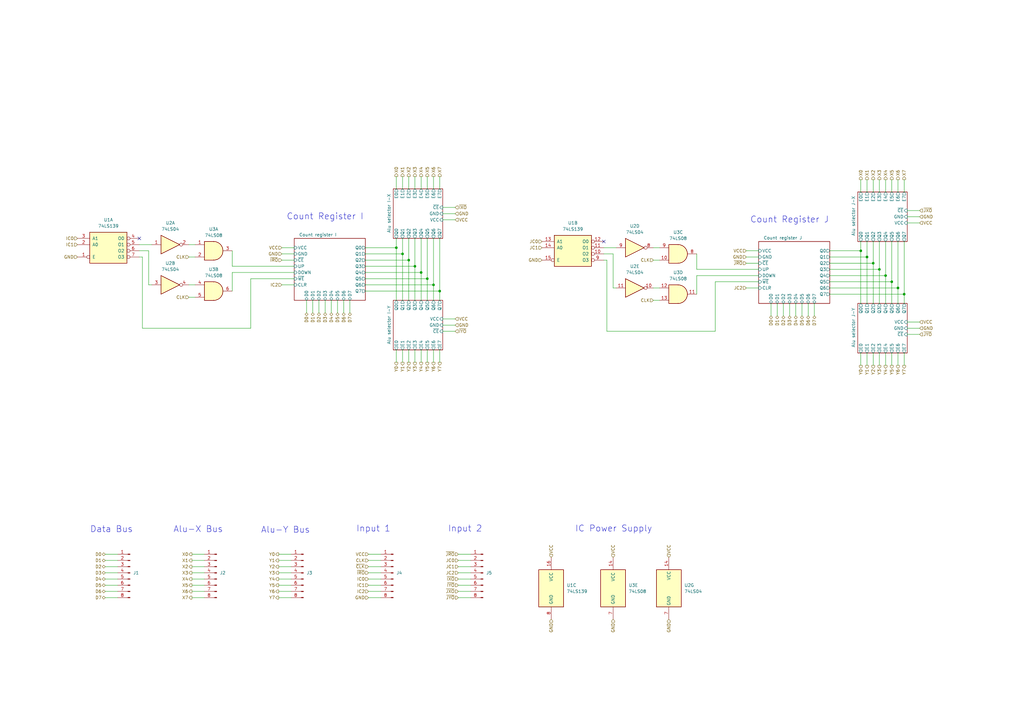
<source format=kicad_sch>
(kicad_sch (version 20250114) (generator "eeschema") (generator_version "9.0")
  (paper "A3")
  (title_block (title "Count Registers") (date "2025-11-22") (rev "v1.1") (comment 2 "The up or down clock is selected through 74LS139 decoder and AND ports.") (comment 3 "and 74LS245 for accessing the content to the bus and directly to Alu-X and Alu-Y buses.") (comment 4 "Two count registers I and J on a same board using the 74LS193 binary counter"))
  (lib_symbols
    (symbol "74xx:74LS04"
      (property "Reference" "U" (at 0 1.27 0))
      (property "Value" "74LS04" (at 0 -1.27 0))
      (symbol "74LS04_1_0"
        (polyline (pts (xy -3.81 3.81) (xy -3.81 -3.81) (xy 3.81 0) (xy -3.81 3.81)) (stroke (width 0.254)) (fill (type background)))
        (pin input line (at -7.62 0 0) (length 3.81) (name "~") (number "1"))
        (pin output inverted (at 7.62 0 180) (length 3.81) (name "~") (number "2"))
      )
      (symbol "74LS04_2_0"
        (polyline (pts (xy -3.81 3.81) (xy -3.81 -3.81) (xy 3.81 0) (xy -3.81 3.81)) (stroke (width 0.254)) (fill (type background)))
        (pin input line (at -7.62 0 0) (length 3.81) (name "~") (number "3"))
        (pin output inverted (at 7.62 0 180) (length 3.81) (name "~") (number "4"))
      )
      (symbol "74LS04_3_0"
        (polyline (pts (xy -3.81 3.81) (xy -3.81 -3.81) (xy 3.81 0) (xy -3.81 3.81)) (stroke (width 0.254)) (fill (type background)))
        (pin input line (at -7.62 0 0) (length 3.81) (name "~") (number "5"))
        (pin output inverted (at 7.62 0 180) (length 3.81) (name "~") (number "6"))
      )
      (symbol "74LS04_4_0"
        (polyline (pts (xy -3.81 3.81) (xy -3.81 -3.81) (xy 3.81 0) (xy -3.81 3.81)) (stroke (width 0.254)) (fill (type background)))
        (pin input line (at -7.62 0 0) (length 3.81) (name "~") (number "9"))
        (pin output inverted (at 7.62 0 180) (length 3.81) (name "~") (number "8"))
      )
      (symbol "74LS04_5_0"
        (polyline (pts (xy -3.81 3.81) (xy -3.81 -3.81) (xy 3.81 0) (xy -3.81 3.81)) (stroke (width 0.254)) (fill (type background)))
        (pin input line (at -7.62 0 0) (length 3.81) (name "~") (number "11"))
        (pin output inverted (at 7.62 0 180) (length 3.81) (name "~") (number "10"))
      )
      (symbol "74LS04_6_0"
        (polyline (pts (xy -3.81 3.81) (xy -3.81 -3.81) (xy 3.81 0) (xy -3.81 3.81)) (stroke (width 0.254)) (fill (type background)))
        (pin input line (at -7.62 0 0) (length 3.81) (name "~") (number "13"))
        (pin output inverted (at 7.62 0 180) (length 3.81) (name "~") (number "12"))
      )
      (symbol "74LS04_7_0"
        (pin power_in line (at 0 12.7 270) (length 5.08) (name "VCC") (number "14"))
        (pin power_in line (at 0 -12.7 90) (length 5.08) (name "GND") (number "7"))
      )
      (symbol "74LS04_7_1"
        (rectangle (start -5.08 7.62) (end 5.08 -7.62) (stroke (width 0.254)) (fill (type background)))
      )
    )
    (symbol "74xx:74LS08" (pin_names (offset 1.016))
      (property "Reference" "U" (at 0 1.27 0))
      (property "Value" "74LS08" (at 0 -1.27 0))
      (symbol "74LS08_1_1"
        (arc (start 0 3.81) (mid 3.7934 0) (end 0 -3.81) (stroke (width 0.254)) (fill (type background)))
        (polyline (pts (xy 0 3.81) (xy -3.81 3.81) (xy -3.81 -3.81) (xy 0 -3.81)) (stroke (width 0.254)) (fill (type background)))
        (pin input line (at -7.62 2.54 0) (length 3.81) (name "~") (number "1"))
        (pin input line (at -7.62 -2.54 0) (length 3.81) (name "~") (number "2"))
        (pin output line (at 7.62 0 180) (length 3.81) (name "~") (number "3"))
      )
      (symbol "74LS08_1_2"
        (arc (start -3.81 3.81) (mid -2.589 0) (end -3.81 -3.81) (stroke (width 0.254)))
        (polyline (pts (xy -3.81 3.81) (xy -0.635 3.81)) (stroke (width 0.254)) (fill (type background)))
        (polyline (pts (xy -3.81 -3.81) (xy -0.635 -3.81)) (stroke (width 0.254)) (fill (type background)))
        (arc (start 3.81 0) (mid 2.1855 -2.584) (end -0.6096 -3.81) (stroke (width 0.254)) (fill (type background)))
        (arc (start -0.6096 3.81) (mid 2.1928 2.5924) (end 3.81 0) (stroke (width 0.254)) (fill (type background)))
        (polyline (pts (xy -0.635 3.81) (xy -3.81 3.81) (xy -3.81 3.81) (xy -3.556 3.4036) (xy -3.0226 2.2606) (xy -2.6924 1.0414) (xy -2.6162 -0.254) (xy -2.7686 -1.4986) (xy -3.175 -2.7178) (xy -3.81 -3.81) (xy -3.81 -3.81) (xy -0.635 -3.81)) (stroke (width -25.4)) (fill (type background)))
        (pin input inverted (at -7.62 2.54 0) (length 4.318) (name "~") (number "1"))
        (pin input inverted (at -7.62 -2.54 0) (length 4.318) (name "~") (number "2"))
        (pin output inverted (at 7.62 0 180) (length 3.81) (name "~") (number "3"))
      )
      (symbol "74LS08_2_1"
        (arc (start 0 3.81) (mid 3.7934 0) (end 0 -3.81) (stroke (width 0.254)) (fill (type background)))
        (polyline (pts (xy 0 3.81) (xy -3.81 3.81) (xy -3.81 -3.81) (xy 0 -3.81)) (stroke (width 0.254)) (fill (type background)))
        (pin input line (at -7.62 2.54 0) (length 3.81) (name "~") (number "4"))
        (pin input line (at -7.62 -2.54 0) (length 3.81) (name "~") (number "5"))
        (pin output line (at 7.62 0 180) (length 3.81) (name "~") (number "6"))
      )
      (symbol "74LS08_2_2"
        (arc (start -3.81 3.81) (mid -2.589 0) (end -3.81 -3.81) (stroke (width 0.254)))
        (polyline (pts (xy -3.81 3.81) (xy -0.635 3.81)) (stroke (width 0.254)) (fill (type background)))
        (polyline (pts (xy -3.81 -3.81) (xy -0.635 -3.81)) (stroke (width 0.254)) (fill (type background)))
        (arc (start 3.81 0) (mid 2.1855 -2.584) (end -0.6096 -3.81) (stroke (width 0.254)) (fill (type background)))
        (arc (start -0.6096 3.81) (mid 2.1928 2.5924) (end 3.81 0) (stroke (width 0.254)) (fill (type background)))
        (polyline (pts (xy -0.635 3.81) (xy -3.81 3.81) (xy -3.81 3.81) (xy -3.556 3.4036) (xy -3.0226 2.2606) (xy -2.6924 1.0414) (xy -2.6162 -0.254) (xy -2.7686 -1.4986) (xy -3.175 -2.7178) (xy -3.81 -3.81) (xy -3.81 -3.81) (xy -0.635 -3.81)) (stroke (width -25.4)) (fill (type background)))
        (pin input inverted (at -7.62 2.54 0) (length 4.318) (name "~") (number "4"))
        (pin input inverted (at -7.62 -2.54 0) (length 4.318) (name "~") (number "5"))
        (pin output inverted (at 7.62 0 180) (length 3.81) (name "~") (number "6"))
      )
      (symbol "74LS08_3_1"
        (arc (start 0 3.81) (mid 3.7934 0) (end 0 -3.81) (stroke (width 0.254)) (fill (type background)))
        (polyline (pts (xy 0 3.81) (xy -3.81 3.81) (xy -3.81 -3.81) (xy 0 -3.81)) (stroke (width 0.254)) (fill (type background)))
        (pin input line (at -7.62 2.54 0) (length 3.81) (name "~") (number "9"))
        (pin input line (at -7.62 -2.54 0) (length 3.81) (name "~") (number "10"))
        (pin output line (at 7.62 0 180) (length 3.81) (name "~") (number "8"))
      )
      (symbol "74LS08_3_2"
        (arc (start -3.81 3.81) (mid -2.589 0) (end -3.81 -3.81) (stroke (width 0.254)))
        (polyline (pts (xy -3.81 3.81) (xy -0.635 3.81)) (stroke (width 0.254)) (fill (type background)))
        (polyline (pts (xy -3.81 -3.81) (xy -0.635 -3.81)) (stroke (width 0.254)) (fill (type background)))
        (arc (start 3.81 0) (mid 2.1855 -2.584) (end -0.6096 -3.81) (stroke (width 0.254)) (fill (type background)))
        (arc (start -0.6096 3.81) (mid 2.1928 2.5924) (end 3.81 0) (stroke (width 0.254)) (fill (type background)))
        (polyline (pts (xy -0.635 3.81) (xy -3.81 3.81) (xy -3.81 3.81) (xy -3.556 3.4036) (xy -3.0226 2.2606) (xy -2.6924 1.0414) (xy -2.6162 -0.254) (xy -2.7686 -1.4986) (xy -3.175 -2.7178) (xy -3.81 -3.81) (xy -3.81 -3.81) (xy -0.635 -3.81)) (stroke (width -25.4)) (fill (type background)))
        (pin input inverted (at -7.62 2.54 0) (length 4.318) (name "~") (number "9"))
        (pin input inverted (at -7.62 -2.54 0) (length 4.318) (name "~") (number "10"))
        (pin output inverted (at 7.62 0 180) (length 3.81) (name "~") (number "8"))
      )
      (symbol "74LS08_4_1"
        (arc (start 0 3.81) (mid 3.7934 0) (end 0 -3.81) (stroke (width 0.254)) (fill (type background)))
        (polyline (pts (xy 0 3.81) (xy -3.81 3.81) (xy -3.81 -3.81) (xy 0 -3.81)) (stroke (width 0.254)) (fill (type background)))
        (pin input line (at -7.62 2.54 0) (length 3.81) (name "~") (number "12"))
        (pin input line (at -7.62 -2.54 0) (length 3.81) (name "~") (number "13"))
        (pin output line (at 7.62 0 180) (length 3.81) (name "~") (number "11"))
      )
      (symbol "74LS08_4_2"
        (arc (start -3.81 3.81) (mid -2.589 0) (end -3.81 -3.81) (stroke (width 0.254)))
        (polyline (pts (xy -3.81 3.81) (xy -0.635 3.81)) (stroke (width 0.254)) (fill (type background)))
        (polyline (pts (xy -3.81 -3.81) (xy -0.635 -3.81)) (stroke (width 0.254)) (fill (type background)))
        (arc (start 3.81 0) (mid 2.1855 -2.584) (end -0.6096 -3.81) (stroke (width 0.254)) (fill (type background)))
        (arc (start -0.6096 3.81) (mid 2.1928 2.5924) (end 3.81 0) (stroke (width 0.254)) (fill (type background)))
        (polyline (pts (xy -0.635 3.81) (xy -3.81 3.81) (xy -3.81 3.81) (xy -3.556 3.4036) (xy -3.0226 2.2606) (xy -2.6924 1.0414) (xy -2.6162 -0.254) (xy -2.7686 -1.4986) (xy -3.175 -2.7178) (xy -3.81 -3.81) (xy -3.81 -3.81) (xy -0.635 -3.81)) (stroke (width -25.4)) (fill (type background)))
        (pin input inverted (at -7.62 2.54 0) (length 4.318) (name "~") (number "12"))
        (pin input inverted (at -7.62 -2.54 0) (length 4.318) (name "~") (number "13"))
        (pin output inverted (at 7.62 0 180) (length 3.81) (name "~") (number "11"))
      )
      (symbol "74LS08_5_0"
        (pin power_in line (at 0 12.7 270) (length 5.08) (name "VCC") (number "14"))
        (pin power_in line (at 0 -12.7 90) (length 5.08) (name "GND") (number "7"))
      )
      (symbol "74LS08_5_1"
        (rectangle (start -5.08 7.62) (end 5.08 -7.62) (stroke (width 0.254)) (fill (type background)))
      )
    )
    (symbol "74xx:74LS139" (pin_names (offset 1.016))
      (property "Reference" "U" (at -7.62 8.89 0))
      (property "Value" "74LS139" (at -7.62 -8.89 0))
      (symbol "74LS139_1_0"
        (pin input line (at -12.7 2.54 0) (length 5.08) (name "A1") (number "3"))
        (pin input line (at -12.7 0 0) (length 5.08) (name "A0") (number "2"))
        (pin input inverted (at -12.7 -5.08 0) (length 5.08) (name "E") (number "1"))
        (pin output inverted (at 12.7 2.54 180) (length 5.08) (name "O0") (number "4"))
        (pin output inverted (at 12.7 0 180) (length 5.08) (name "O1") (number "5"))
        (pin output inverted (at 12.7 -2.54 180) (length 5.08) (name "O2") (number "6"))
        (pin output inverted (at 12.7 -5.08 180) (length 5.08) (name "O3") (number "7"))
      )
      (symbol "74LS139_1_1"
        (rectangle (start -7.62 5.08) (end 7.62 -7.62) (stroke (width 0.254)) (fill (type background)))
      )
      (symbol "74LS139_2_0"
        (pin input line (at -12.7 2.54 0) (length 5.08) (name "A1") (number "13"))
        (pin input line (at -12.7 0 0) (length 5.08) (name "A0") (number "14"))
        (pin input inverted (at -12.7 -5.08 0) (length 5.08) (name "E") (number "15"))
        (pin output inverted (at 12.7 2.54 180) (length 5.08) (name "O0") (number "12"))
        (pin output inverted (at 12.7 0 180) (length 5.08) (name "O1") (number "11"))
        (pin output inverted (at 12.7 -2.54 180) (length 5.08) (name "O2") (number "10"))
        (pin output inverted (at 12.7 -5.08 180) (length 5.08) (name "O3") (number "9"))
      )
      (symbol "74LS139_2_1"
        (rectangle (start -7.62 5.08) (end 7.62 -7.62) (stroke (width 0.254)) (fill (type background)))
      )
      (symbol "74LS139_3_0"
        (pin power_in line (at 0 12.7 270) (length 5.08) (name "VCC") (number "16"))
        (pin power_in line (at 0 -12.7 90) (length 5.08) (name "GND") (number "8"))
      )
      (symbol "74LS139_3_1"
        (rectangle (start -5.08 7.62) (end 5.08 -7.62) (stroke (width 0.254)) (fill (type background)))
      )
    )
    (symbol "Connector:Conn_01x08_Pin" (pin_names (offset 1.016) (hide yes))
      (property "Reference" "J" (at 0 10.16 0))
      (property "Value" "Conn_01x08_Pin" (at 0 -12.7 0))
      (symbol "Conn_01x08_Pin_1_1"
        (rectangle (start 0.8636 7.747) (end 0 7.493) (stroke (width 0.1524)) (fill (type outline)))
        (rectangle (start 0.8636 5.207) (end 0 4.953) (stroke (width 0.1524)) (fill (type outline)))
        (rectangle (start 0.8636 2.667) (end 0 2.413) (stroke (width 0.1524)) (fill (type outline)))
        (rectangle (start 0.8636 0.127) (end 0 -0.127) (stroke (width 0.1524)) (fill (type outline)))
        (rectangle (start 0.8636 -2.413) (end 0 -2.667) (stroke (width 0.1524)) (fill (type outline)))
        (rectangle (start 0.8636 -4.953) (end 0 -5.207) (stroke (width 0.1524)) (fill (type outline)))
        (rectangle (start 0.8636 -7.493) (end 0 -7.747) (stroke (width 0.1524)) (fill (type outline)))
        (rectangle (start 0.8636 -10.033) (end 0 -10.287) (stroke (width 0.1524)) (fill (type outline)))
        (polyline (pts (xy 1.27 7.62) (xy 0.8636 7.62)) (stroke (width 0.1524)))
        (polyline (pts (xy 1.27 5.08) (xy 0.8636 5.08)) (stroke (width 0.1524)))
        (polyline (pts (xy 1.27 2.54) (xy 0.8636 2.54)) (stroke (width 0.1524)))
        (polyline (pts (xy 1.27 0) (xy 0.8636 0)) (stroke (width 0.1524)))
        (polyline (pts (xy 1.27 -2.54) (xy 0.8636 -2.54)) (stroke (width 0.1524)))
        (polyline (pts (xy 1.27 -5.08) (xy 0.8636 -5.08)) (stroke (width 0.1524)))
        (polyline (pts (xy 1.27 -7.62) (xy 0.8636 -7.62)) (stroke (width 0.1524)))
        (polyline (pts (xy 1.27 -10.16) (xy 0.8636 -10.16)) (stroke (width 0.1524)))
        (pin passive line (at 5.08 7.62 180) (length 3.81) (name "Pin_1") (number "1"))
        (pin passive line (at 5.08 5.08 180) (length 3.81) (name "Pin_2") (number "2"))
        (pin passive line (at 5.08 2.54 180) (length 3.81) (name "Pin_3") (number "3"))
        (pin passive line (at 5.08 0 180) (length 3.81) (name "Pin_4") (number "4"))
        (pin passive line (at 5.08 -2.54 180) (length 3.81) (name "Pin_5") (number "5"))
        (pin passive line (at 5.08 -5.08 180) (length 3.81) (name "Pin_6") (number "6"))
        (pin passive line (at 5.08 -7.62 180) (length 3.81) (name "Pin_7") (number "7"))
        (pin passive line (at 5.08 -10.16 180) (length 3.81) (name "Pin_8") (number "8"))
      )
    )
  )
  (text "Alu-X Bus" (at 81.28 217.17 0) (effects (font (size 2.54 2.54))))
  (text "Data Bus" (at 45.72 217.17 0) (effects (font (size 2.54 2.54))))
  (text "Input 1" (at 153.162 216.916 0) (effects (font (size 2.54 2.54))))
  (text "IC Power Supply" (at 251.714 216.916 0) (effects (font (size 2.54 2.54))))
  (text "Input 2" (at 190.754 216.916 0) (effects (font (size 2.54 2.54))))
  (text "Count Register J" (at 323.85 90.17 0) (effects (font (size 2.54 2.54))))
  (text "Count Register I" (at 133.35 88.9 0) (effects (font (size 2.54 2.54))))
  (text "Alu-Y Bus" (at 117.094 217.424 0) (effects (font (size 2.54 2.54))))
  (junction (at 172.72 111.76))
  (junction (at 358.14 107.95))
  (junction (at 165.1 104.14))
  (junction (at 368.3 118.11))
  (junction (at 170.18 109.22))
  (junction (at 365.76 115.57))
  (junction (at 175.26 114.3))
  (junction (at 370.84 120.65))
  (junction (at 180.34 119.38))
  (junction (at 363.22 113.03))
  (junction (at 177.8 116.84))
  (junction (at 162.56 101.6))
  (junction (at 167.64 106.68))
  (junction (at 353.06 102.87))
  (junction (at 360.68 110.49))
  (junction (at 355.6 105.41))
  (no_connect (at 247.65 99.06))
  (no_connect (at 57.15 97.79))
  (wire (pts (xy 187.96 232.41) (xy 193.04 232.41)))
  (wire (pts (xy 177.8 97.79) (xy 177.8 116.84)))
  (wire (pts (xy 247.65 106.68) (xy 248.92 106.68)))
  (wire (pts (xy 120.65 104.14) (xy 115.57 104.14)))
  (wire (pts (xy 119.38 227.33) (xy 114.3 227.33)))
  (wire (pts (xy 149.86 106.68) (xy 167.64 106.68)))
  (wire (pts (xy 165.1 104.14) (xy 165.1 123.19)))
  (wire (pts (xy 77.47 105.41) (xy 80.01 105.41)))
  (wire (pts (xy 251.46 118.11) (xy 252.73 118.11)))
  (wire (pts (xy 360.68 73.66) (xy 360.68 78.74)))
  (wire (pts (xy 170.18 97.79) (xy 170.18 109.22)))
  (wire (pts (xy 120.65 101.6) (xy 115.57 101.6)))
  (wire (pts (xy 358.14 73.66) (xy 358.14 78.74)))
  (wire (pts (xy 365.76 149.86) (xy 365.76 144.78)))
  (wire (pts (xy 172.72 72.39) (xy 172.72 77.47)))
  (wire (pts (xy 170.18 109.22) (xy 170.18 123.19)))
  (wire (pts (xy 95.25 119.38) (xy 95.25 111.76)))
  (wire (pts (xy 83.82 245.11) (xy 78.74 245.11)))
  (wire (pts (xy 177.8 72.39) (xy 177.8 77.47)))
  (wire (pts (xy 340.36 118.11) (xy 368.3 118.11)))
  (wire (pts (xy 358.14 107.95) (xy 358.14 124.46)))
  (wire (pts (xy 143.51 123.19) (xy 143.51 128.27)))
  (wire (pts (xy 58.42 134.62) (xy 102.87 134.62)))
  (wire (pts (xy 368.3 149.86) (xy 368.3 144.78)))
  (wire (pts (xy 311.15 107.95) (xy 306.07 107.95)))
  (wire (pts (xy 372.11 132.08) (xy 377.19 132.08)))
  (wire (pts (xy 267.97 118.11) (xy 270.51 118.11)))
  (wire (pts (xy 340.36 110.49) (xy 360.68 110.49)))
  (wire (pts (xy 172.72 148.59) (xy 172.72 143.51)))
  (wire (pts (xy 340.36 120.65) (xy 370.84 120.65)))
  (wire (pts (xy 340.36 107.95) (xy 358.14 107.95)))
  (wire (pts (xy 316.23 124.46) (xy 316.23 129.54)))
  (wire (pts (xy 370.84 149.86) (xy 370.84 144.78)))
  (wire (pts (xy 125.73 123.19) (xy 125.73 128.27)))
  (wire (pts (xy 306.07 118.11) (xy 311.15 118.11)))
  (wire (pts (xy 370.84 73.66) (xy 370.84 78.74)))
  (wire (pts (xy 177.8 116.84) (xy 177.8 123.19)))
  (wire (pts (xy 353.06 99.06) (xy 353.06 102.87)))
  (wire (pts (xy 365.76 99.06) (xy 365.76 115.57)))
  (wire (pts (xy 119.38 229.87) (xy 114.3 229.87)))
  (wire (pts (xy 48.26 227.33) (xy 43.18 227.33)))
  (wire (pts (xy 165.1 97.79) (xy 165.1 104.14)))
  (wire (pts (xy 167.64 106.68) (xy 167.64 123.19)))
  (wire (pts (xy 60.96 116.84) (xy 62.23 116.84)))
  (wire (pts (xy 48.26 232.41) (xy 43.18 232.41)))
  (wire (pts (xy 162.56 72.39) (xy 162.56 77.47)))
  (wire (pts (xy 170.18 72.39) (xy 170.18 77.47)))
  (wire (pts (xy 77.47 121.92) (xy 80.01 121.92)))
  (wire (pts (xy 167.64 72.39) (xy 167.64 77.47)))
  (wire (pts (xy 187.96 234.95) (xy 193.04 234.95)))
  (wire (pts (xy 95.25 102.87) (xy 95.25 109.22)))
  (wire (pts (xy 162.56 101.6) (xy 162.56 123.19)))
  (wire (pts (xy 328.93 124.46) (xy 328.93 129.54)))
  (wire (pts (xy 140.97 123.19) (xy 140.97 128.27)))
  (wire (pts (xy 177.8 148.59) (xy 177.8 143.51)))
  (wire (pts (xy 181.61 85.09) (xy 186.69 85.09)))
  (wire (pts (xy 187.96 245.11) (xy 193.04 245.11)))
  (wire (pts (xy 181.61 135.89) (xy 186.69 135.89)))
  (wire (pts (xy 372.11 137.16) (xy 377.19 137.16)))
  (wire (pts (xy 165.1 72.39) (xy 165.1 77.47)))
  (wire (pts (xy 363.22 99.06) (xy 363.22 113.03)))
  (wire (pts (xy 368.3 118.11) (xy 368.3 124.46)))
  (wire (pts (xy 340.36 105.41) (xy 355.6 105.41)))
  (wire (pts (xy 175.26 148.59) (xy 175.26 143.51)))
  (wire (pts (xy 285.75 113.03) (xy 311.15 113.03)))
  (wire (pts (xy 355.6 73.66) (xy 355.6 78.74)))
  (wire (pts (xy 83.82 237.49) (xy 78.74 237.49)))
  (wire (pts (xy 151.13 240.03) (xy 156.21 240.03)))
  (wire (pts (xy 119.38 232.41) (xy 114.3 232.41)))
  (wire (pts (xy 48.26 229.87) (xy 43.18 229.87)))
  (wire (pts (xy 149.86 104.14) (xy 165.1 104.14)))
  (wire (pts (xy 321.31 124.46) (xy 321.31 129.54)))
  (wire (pts (xy 187.96 227.33) (xy 193.04 227.33)))
  (wire (pts (xy 151.13 232.41) (xy 156.21 232.41)))
  (wire (pts (xy 165.1 148.59) (xy 165.1 143.51)))
  (wire (pts (xy 360.68 149.86) (xy 360.68 144.78)))
  (wire (pts (xy 181.61 90.17) (xy 186.69 90.17)))
  (wire (pts (xy 285.75 110.49) (xy 311.15 110.49)))
  (wire (pts (xy 358.14 99.06) (xy 358.14 107.95)))
  (wire (pts (xy 119.38 245.11) (xy 114.3 245.11)))
  (wire (pts (xy 83.82 227.33) (xy 78.74 227.33)))
  (wire (pts (xy 372.11 134.62) (xy 377.19 134.62)))
  (wire (pts (xy 60.96 102.87) (xy 60.96 116.84)))
  (wire (pts (xy 58.42 105.41) (xy 58.42 134.62)))
  (wire (pts (xy 149.86 119.38) (xy 180.34 119.38)))
  (wire (pts (xy 128.27 123.19) (xy 128.27 128.27)))
  (wire (pts (xy 151.13 227.33) (xy 156.21 227.33)))
  (wire (pts (xy 360.68 99.06) (xy 360.68 110.49)))
  (wire (pts (xy 181.61 130.81) (xy 186.69 130.81)))
  (wire (pts (xy 149.86 114.3) (xy 175.26 114.3)))
  (wire (pts (xy 363.22 149.86) (xy 363.22 144.78)))
  (wire (pts (xy 355.6 105.41) (xy 355.6 124.46)))
  (wire (pts (xy 318.77 124.46) (xy 318.77 129.54)))
  (wire (pts (xy 180.34 97.79) (xy 180.34 119.38)))
  (wire (pts (xy 326.39 124.46) (xy 326.39 129.54)))
  (wire (pts (xy 365.76 115.57) (xy 365.76 124.46)))
  (wire (pts (xy 115.57 116.84) (xy 120.65 116.84)))
  (wire (pts (xy 353.06 102.87) (xy 353.06 124.46)))
  (wire (pts (xy 248.92 135.89) (xy 293.37 135.89)))
  (wire (pts (xy 57.15 100.33) (xy 62.23 100.33)))
  (wire (pts (xy 149.86 109.22) (xy 170.18 109.22)))
  (wire (pts (xy 247.65 104.14) (xy 251.46 104.14)))
  (wire (pts (xy 363.22 73.66) (xy 363.22 78.74)))
  (wire (pts (xy 102.87 114.3) (xy 120.65 114.3)))
  (wire (pts (xy 83.82 242.57) (xy 78.74 242.57)))
  (wire (pts (xy 48.26 237.49) (xy 43.18 237.49)))
  (wire (pts (xy 175.26 72.39) (xy 175.26 77.47)))
  (wire (pts (xy 57.15 102.87) (xy 60.96 102.87)))
  (wire (pts (xy 353.06 73.66) (xy 353.06 78.74)))
  (wire (pts (xy 119.38 242.57) (xy 114.3 242.57)))
  (wire (pts (xy 175.26 114.3) (xy 175.26 123.19)))
  (wire (pts (xy 187.96 237.49) (xy 193.04 237.49)))
  (wire (pts (xy 102.87 114.3) (xy 102.87 134.62)))
  (wire (pts (xy 95.25 109.22) (xy 120.65 109.22)))
  (wire (pts (xy 151.13 245.11) (xy 156.21 245.11)))
  (wire (pts (xy 340.36 102.87) (xy 353.06 102.87)))
  (wire (pts (xy 181.61 133.35) (xy 186.69 133.35)))
  (wire (pts (xy 138.43 123.19) (xy 138.43 128.27)))
  (wire (pts (xy 167.64 148.59) (xy 167.64 143.51)))
  (wire (pts (xy 187.96 242.57) (xy 193.04 242.57)))
  (wire (pts (xy 83.82 234.95) (xy 78.74 234.95)))
  (wire (pts (xy 340.36 113.03) (xy 363.22 113.03)))
  (wire (pts (xy 130.81 123.19) (xy 130.81 128.27)))
  (wire (pts (xy 248.92 106.68) (xy 248.92 135.89)))
  (wire (pts (xy 95.25 111.76) (xy 120.65 111.76)))
  (wire (pts (xy 48.26 240.03) (xy 43.18 240.03)))
  (wire (pts (xy 355.6 99.06) (xy 355.6 105.41)))
  (wire (pts (xy 149.86 101.6) (xy 162.56 101.6)))
  (wire (pts (xy 368.3 73.66) (xy 368.3 78.74)))
  (wire (pts (xy 120.65 106.68) (xy 115.57 106.68)))
  (wire (pts (xy 180.34 119.38) (xy 180.34 123.19)))
  (wire (pts (xy 151.13 234.95) (xy 156.21 234.95)))
  (wire (pts (xy 334.01 124.46) (xy 334.01 129.54)))
  (wire (pts (xy 370.84 99.06) (xy 370.84 120.65)))
  (wire (pts (xy 170.18 148.59) (xy 170.18 143.51)))
  (wire (pts (xy 180.34 148.59) (xy 180.34 143.51)))
  (wire (pts (xy 48.26 234.95) (xy 43.18 234.95)))
  (wire (pts (xy 293.37 115.57) (xy 311.15 115.57)))
  (wire (pts (xy 372.11 91.44) (xy 377.19 91.44)))
  (wire (pts (xy 162.56 148.59) (xy 162.56 143.51)))
  (wire (pts (xy 77.47 100.33) (xy 80.01 100.33)))
  (wire (pts (xy 48.26 245.11) (xy 43.18 245.11)))
  (wire (pts (xy 135.89 123.19) (xy 135.89 128.27)))
  (wire (pts (xy 151.13 229.87) (xy 156.21 229.87)))
  (wire (pts (xy 355.6 149.86) (xy 355.6 144.78)))
  (wire (pts (xy 172.72 97.79) (xy 172.72 111.76)))
  (wire (pts (xy 162.56 97.79) (xy 162.56 101.6)))
  (wire (pts (xy 372.11 88.9) (xy 377.19 88.9)))
  (wire (pts (xy 251.46 104.14) (xy 251.46 118.11)))
  (wire (pts (xy 293.37 115.57) (xy 293.37 135.89)))
  (wire (pts (xy 175.26 97.79) (xy 175.26 114.3)))
  (wire (pts (xy 83.82 240.03) (xy 78.74 240.03)))
  (wire (pts (xy 267.97 106.68) (xy 270.51 106.68)))
  (wire (pts (xy 187.96 240.03) (xy 193.04 240.03)))
  (wire (pts (xy 372.11 86.36) (xy 377.19 86.36)))
  (wire (pts (xy 167.64 97.79) (xy 167.64 106.68)))
  (wire (pts (xy 149.86 116.84) (xy 177.8 116.84)))
  (wire (pts (xy 83.82 229.87) (xy 78.74 229.87)))
  (wire (pts (xy 285.75 104.14) (xy 285.75 110.49)))
  (wire (pts (xy 77.47 116.84) (xy 80.01 116.84)))
  (wire (pts (xy 360.68 110.49) (xy 360.68 124.46)))
  (wire (pts (xy 149.86 111.76) (xy 172.72 111.76)))
  (wire (pts (xy 363.22 113.03) (xy 363.22 124.46)))
  (wire (pts (xy 133.35 123.19) (xy 133.35 128.27)))
  (wire (pts (xy 358.14 149.86) (xy 358.14 144.78)))
  (wire (pts (xy 267.97 123.19) (xy 270.51 123.19)))
  (wire (pts (xy 267.97 101.6) (xy 270.51 101.6)))
  (wire (pts (xy 311.15 105.41) (xy 306.07 105.41)))
  (wire (pts (xy 57.15 105.41) (xy 58.42 105.41)))
  (wire (pts (xy 48.26 242.57) (xy 43.18 242.57)))
  (wire (pts (xy 285.75 120.65) (xy 285.75 113.03)))
  (wire (pts (xy 83.82 232.41) (xy 78.74 232.41)))
  (wire (pts (xy 187.96 229.87) (xy 193.04 229.87)))
  (wire (pts (xy 180.34 72.39) (xy 180.34 77.47)))
  (wire (pts (xy 353.06 149.86) (xy 353.06 144.78)))
  (wire (pts (xy 119.38 234.95) (xy 114.3 234.95)))
  (wire (pts (xy 151.13 242.57) (xy 156.21 242.57)))
  (wire (pts (xy 340.36 115.57) (xy 365.76 115.57)))
  (wire (pts (xy 172.72 111.76) (xy 172.72 123.19)))
  (wire (pts (xy 323.85 124.46) (xy 323.85 129.54)))
  (wire (pts (xy 247.65 101.6) (xy 252.73 101.6)))
  (wire (pts (xy 181.61 87.63) (xy 186.69 87.63)))
  (wire (pts (xy 331.47 124.46) (xy 331.47 129.54)))
  (wire (pts (xy 365.76 73.66) (xy 365.76 78.74)))
  (wire (pts (xy 119.38 240.03) (xy 114.3 240.03)))
  (wire (pts (xy 370.84 120.65) (xy 370.84 124.46)))
  (wire (pts (xy 151.13 237.49) (xy 156.21 237.49)))
  (wire (pts (xy 119.38 237.49) (xy 114.3 237.49)))
  (wire (pts (xy 368.3 99.06) (xy 368.3 118.11)))
  (wire (pts (xy 311.15 102.87) (xy 306.07 102.87)))
  (hierarchical_label "X5" (shape output) (at 365.76 73.66 90))
  (hierarchical_label "X6" (shape output) (at 368.3 73.66 90))
  (hierarchical_label "~{IXO}" (shape input) (at 186.69 85.09 0))
  (hierarchical_label "X3" (shape output) (at 170.18 72.39 90))
  (hierarchical_label "Y1" (shape output) (at 355.6 149.86 270))
  (hierarchical_label "~{IRO}" (shape input) (at 151.13 234.95 180))
  (hierarchical_label "Y4" (shape output) (at 114.3 237.49 180))
  (hierarchical_label "D4" (shape tri_state) (at 135.89 128.27 270))
  (hierarchical_label "Y0" (shape output) (at 353.06 149.86 270))
  (hierarchical_label "GND" (shape input) (at 151.13 245.11 180))
  (hierarchical_label "X5" (shape output) (at 78.74 240.03 180))
  (hierarchical_label "JC2" (shape input) (at 187.96 234.95 180))
  (hierarchical_label "X2" (shape output) (at 167.64 72.39 90))
  (hierarchical_label "IC2" (shape input) (at 115.57 116.84 180))
  (hierarchical_label "~{JYO}" (shape input) (at 187.96 245.11 180))
  (hierarchical_label "D1" (shape tri_state) (at 128.27 128.27 270))
  (hierarchical_label "D4" (shape tri_state) (at 326.39 129.54 270))
  (hierarchical_label "D5" (shape tri_state) (at 138.43 128.27 270))
  (hierarchical_label "~{JXO}" (shape input) (at 187.96 242.57 180))
  (hierarchical_label "D2" (shape tri_state) (at 130.81 128.27 270))
  (hierarchical_label "X3" (shape output) (at 360.68 73.66 90))
  (hierarchical_label "~{IYO}" (shape input) (at 187.96 240.03 180))
  (hierarchical_label "VCC" (shape input) (at 115.57 101.6 180))
  (hierarchical_label "Y0" (shape output) (at 114.3 227.33 180))
  (hierarchical_label "X5" (shape output) (at 175.26 72.39 90))
  (hierarchical_label "Y6" (shape output) (at 177.8 148.59 270))
  (hierarchical_label "~{JRO}" (shape input) (at 187.96 227.33 180))
  (hierarchical_label "D0" (shape tri_state) (at 43.18 227.33 180))
  (hierarchical_label "Y6" (shape output) (at 368.3 149.86 270))
  (hierarchical_label "GND" (shape input) (at 226.06 254 270))
  (hierarchical_label "X7" (shape output) (at 78.74 245.11 180))
  (hierarchical_label "VCC" (shape input) (at 377.19 91.44 0))
  (hierarchical_label "VCC" (shape input) (at 226.06 228.6 90))
  (hierarchical_label "X1" (shape output) (at 165.1 72.39 90))
  (hierarchical_label "X0" (shape output) (at 162.56 72.39 90))
  (hierarchical_label "VCC" (shape input) (at 151.13 227.33 180))
  (hierarchical_label "Y7" (shape output) (at 180.34 148.59 270))
  (hierarchical_label "Y1" (shape output) (at 114.3 229.87 180))
  (hierarchical_label "Y4" (shape output) (at 363.22 149.86 270))
  (hierarchical_label "CLK" (shape input) (at 267.97 106.68 180))
  (hierarchical_label "Y7" (shape output) (at 370.84 149.86 270))
  (hierarchical_label "~{JYO}" (shape input) (at 377.19 137.16 0))
  (hierarchical_label "~{IYO}" (shape input) (at 186.69 135.89 0))
  (hierarchical_label "Y5" (shape output) (at 114.3 240.03 180))
  (hierarchical_label "X4" (shape output) (at 78.74 237.49 180))
  (hierarchical_label "Y0" (shape output) (at 162.56 148.59 270))
  (hierarchical_label "GND" (shape input) (at 186.69 133.35 0))
  (hierarchical_label "IC1" (shape input) (at 151.13 240.03 180))
  (hierarchical_label "Y2" (shape output) (at 358.14 149.86 270))
  (hierarchical_label "JC1" (shape input) (at 222.25 101.6 180))
  (hierarchical_label "X7" (shape output) (at 370.84 73.66 90))
  (hierarchical_label "X1" (shape output) (at 355.6 73.66 90))
  (hierarchical_label "X3" (shape output) (at 78.74 234.95 180))
  (hierarchical_label "D6" (shape tri_state) (at 43.18 242.57 180))
  (hierarchical_label "VCC" (shape input) (at 306.07 102.87 180))
  (hierarchical_label "IC1" (shape input) (at 31.75 100.33 180))
  (hierarchical_label "D3" (shape tri_state) (at 43.18 234.95 180))
  (hierarchical_label "Y2" (shape output) (at 167.64 148.59 270))
  (hierarchical_label "GND" (shape input) (at 186.69 87.63 0))
  (hierarchical_label "GND" (shape input) (at 222.25 106.68 180))
  (hierarchical_label "VCC" (shape input) (at 186.69 130.81 0))
  (hierarchical_label "~{IRO}" (shape input) (at 115.57 106.68 180))
  (hierarchical_label "D0" (shape tri_state) (at 316.23 129.54 270))
  (hierarchical_label "GND" (shape input) (at 115.57 104.14 180))
  (hierarchical_label "X6" (shape output) (at 78.74 242.57 180))
  (hierarchical_label "D3" (shape tri_state) (at 133.35 128.27 270))
  (hierarchical_label "VCC" (shape input) (at 274.32 228.6 90))
  (hierarchical_label "X4" (shape output) (at 172.72 72.39 90))
  (hierarchical_label "GND" (shape input) (at 274.32 254 270))
  (hierarchical_label "D6" (shape tri_state) (at 140.97 128.27 270))
  (hierarchical_label "X0" (shape output) (at 78.74 227.33 180))
  (hierarchical_label "VCC" (shape input) (at 377.19 132.08 0))
  (hierarchical_label "Y3" (shape output) (at 170.18 148.59 270))
  (hierarchical_label "D7" (shape tri_state) (at 43.18 245.11 180))
  (hierarchical_label "IC0" (shape input) (at 151.13 237.49 180))
  (hierarchical_label "JC2" (shape input) (at 306.07 118.11 180))
  (hierarchical_label "D1" (shape tri_state) (at 43.18 229.87 180))
  (hierarchical_label "X2" (shape output) (at 78.74 232.41 180))
  (hierarchical_label "JC0" (shape input) (at 187.96 229.87 180))
  (hierarchical_label "X1" (shape output) (at 78.74 229.87 180))
  (hierarchical_label "GND" (shape input) (at 377.19 134.62 0))
  (hierarchical_label "Y3" (shape output) (at 360.68 149.86 270))
  (hierarchical_label "D2" (shape tri_state) (at 43.18 232.41 180))
  (hierarchical_label "CLK" (shape input) (at 151.13 229.87 180))
  (hierarchical_label "Y2" (shape output) (at 114.3 232.41 180))
  (hierarchical_label "X0" (shape output) (at 353.06 73.66 90))
  (hierarchical_label "VCC" (shape input) (at 251.46 228.6 90))
  (hierarchical_label "VCC" (shape input) (at 186.69 90.17 0))
  (hierarchical_label "~{JXO}" (shape input) (at 377.19 86.36 0))
  (hierarchical_label "~{CLK}" (shape input) (at 151.13 232.41 180))
  (hierarchical_label "Y5" (shape output) (at 175.26 148.59 270))
  (hierarchical_label "Y7" (shape output) (at 114.3 245.11 180))
  (hierarchical_label "~{JRO}" (shape input) (at 306.07 107.95 180))
  (hierarchical_label "GND" (shape input) (at 306.07 105.41 180))
  (hierarchical_label "IC2" (shape input) (at 151.13 242.57 180))
  (hierarchical_label "X7" (shape output) (at 180.34 72.39 90))
  (hierarchical_label "GND" (shape input) (at 31.75 105.41 180))
  (hierarchical_label "IC0" (shape input) (at 31.75 97.79 180))
  (hierarchical_label "D3" (shape tri_state) (at 323.85 129.54 270))
  (hierarchical_label "D7" (shape tri_state) (at 334.01 129.54 270))
  (hierarchical_label "X2" (shape output) (at 358.14 73.66 90))
  (hierarchical_label "GND" (shape input) (at 251.46 254 270))
  (hierarchical_label "D4" (shape tri_state) (at 43.18 237.49 180))
  (hierarchical_label "JC1" (shape input) (at 187.96 232.41 180))
  (hierarchical_label "D7" (shape tri_state) (at 143.51 128.27 270))
  (hierarchical_label "D6" (shape tri_state) (at 331.47 129.54 270))
  (hierarchical_label "D2" (shape tri_state) (at 321.31 129.54 270))
  (hierarchical_label "CLK" (shape input) (at 77.47 105.41 180))
  (hierarchical_label "X6" (shape output) (at 177.8 72.39 90))
  (hierarchical_label "Y4" (shape output) (at 172.72 148.59 270))
  (hierarchical_label "D0" (shape tri_state) (at 125.73 128.27 270))
  (hierarchical_label "JC0" (shape input) (at 222.25 99.06 180))
  (hierarchical_label "Y5" (shape output) (at 365.76 149.86 270))
  (hierarchical_label "D5" (shape tri_state) (at 43.18 240.03 180))
  (hierarchical_label "Y3" (shape output) (at 114.3 234.95 180))
  (hierarchical_label "GND" (shape input) (at 377.19 88.9 0))
  (hierarchical_label "Y6" (shape output) (at 114.3 242.57 180))
  (hierarchical_label "D1" (shape tri_state) (at 318.77 129.54 270))
  (hierarchical_label "X4" (shape output) (at 363.22 73.66 90))
  (hierarchical_label "D5" (shape tri_state) (at 328.93 129.54 270))
  (hierarchical_label "Y1" (shape output) (at 165.1 148.59 270))
  (hierarchical_label "~{IXO}" (shape input) (at 187.96 237.49 180))
  (hierarchical_label "CLK" (shape input) (at 267.97 123.19 180))
  (hierarchical_label "CLK" (shape input) (at 77.47 121.92 180))
  (symbol (lib_id "Connector:Conn_01x08_Pin") (at 53.34 234.95 0) (mirror y) (unit 1)
    (property "Reference" "J1" (at 54.61 234.9499 0) (effects (justify right)))
    (property "Value" "Data bus" (effects (hide yes)))
    (property "Footprint" "Custom:PinHeader_1x08_P2.54mm_Horizontal" (effects (hide yes)))
    (property "Description" "Generic connector, single row, 01x08, script generated" (effects (hide yes)))
  )
  (symbol (lib_id "74xx:74LS139") (at 44.45 100.33 0) (unit 1)
    (property "Reference" "U1" (at 44.45 90.17 0))
    (property "Value" "74LS139" (at 44.45 92.71 0))
    (property "Footprint" "Package_DIP:DIP-16_W7.62mm" (effects (hide yes)))
    (property "Datasheet" "http://www.ti.com/lit/ds/symlink/sn74ls139a.pdf" (effects (hide yes)))
    (property "Description" "Dual Decoder 1 of 4, Active low outputs" (effects (hide yes)))
  )
  (symbol (lib_id "74xx:74LS04") (at 260.35 118.11 0) (unit 5)
    (property "Reference" "U2" (at 260.35 109.22 0))
    (property "Value" "74LS04" (at 260.35 111.76 0))
    (property "Footprint" "Package_DIP:DIP-14_W7.62mm" (effects (hide yes)))
    (property "Datasheet" "http://www.ti.com/lit/gpn/sn74LS04" (effects (hide yes)))
    (property "Description" "Hex Inverter" (effects (hide yes)))
  )
  (symbol (lib_id "74xx:74LS04") (at 69.85 116.84 0) (unit 2)
    (property "Reference" "U2" (at 69.85 107.95 0))
    (property "Value" "74LS04" (at 69.85 110.49 0))
    (property "Footprint" "Package_DIP:DIP-14_W7.62mm" (effects (hide yes)))
    (property "Datasheet" "http://www.ti.com/lit/gpn/sn74LS04" (effects (hide yes)))
    (property "Description" "Hex Inverter" (effects (hide yes)))
  )
  (symbol (lib_id "Connector:Conn_01x08_Pin") (at 198.12 234.95 0) (mirror y) (unit 1)
    (property "Reference" "J5" (at 199.39 234.9499 0) (effects (justify right)))
    (property "Value" "Input 2" (effects (hide yes)))
    (property "Footprint" "Custom:PinHeader_1x08_P2.54mm_Horizontal" (effects (hide yes)))
    (property "Description" "Generic connector, single row, 01x08, script generated" (effects (hide yes)))
  )
  (symbol (lib_id "74xx:74LS08") (at 278.13 120.65 0) (unit 4)
    (property "Reference" "U3" (at 278.1217 111.76 0))
    (property "Value" "74LS08" (at 278.1217 114.3 0))
    (property "Footprint" "Package_DIP:DIP-14_W7.62mm" (effects (hide yes)))
    (property "Datasheet" "http://www.ti.com/lit/gpn/sn74LS08" (effects (hide yes)))
    (property "Description" "Quad And2" (effects (hide yes)))
  )
  (symbol (lib_id "74xx:74LS08") (at 278.13 104.14 0) (unit 3)
    (property "Reference" "U3" (at 278.1217 95.25 0))
    (property "Value" "74LS08" (at 278.1217 97.79 0))
    (property "Footprint" "Package_DIP:DIP-14_W7.62mm" (effects (hide yes)))
    (property "Datasheet" "http://www.ti.com/lit/gpn/sn74LS08" (effects (hide yes)))
    (property "Description" "Quad And2" (effects (hide yes)))
  )
  (symbol (lib_id "74xx:74LS08") (at 87.63 119.38 0) (unit 2)
    (property "Reference" "U3" (at 87.6217 110.49 0))
    (property "Value" "74LS08" (at 87.6217 113.03 0))
    (property "Footprint" "Package_DIP:DIP-14_W7.62mm" (effects (hide yes)))
    (property "Datasheet" "http://www.ti.com/lit/gpn/sn74LS08" (effects (hide yes)))
    (property "Description" "Quad And2" (effects (hide yes)))
  )
  (symbol (lib_id "74xx:74LS04") (at 274.32 241.3 0) (unit 7)
    (property "Reference" "U2" (at 280.67 240.0299 0) (effects (justify left)))
    (property "Value" "74LS04" (at 280.67 242.5699 0) (effects (justify left)))
    (property "Footprint" "Package_DIP:DIP-14_W7.62mm" (effects (hide yes)))
    (property "Datasheet" "http://www.ti.com/lit/gpn/sn74LS04" (effects (hide yes)))
    (property "Description" "Hex Inverter" (effects (hide yes)))
  )
  (symbol (lib_id "74xx:74LS139") (at 226.06 241.3 0) (unit 3)
    (property "Reference" "U1" (at 232.41 240.0299 0) (effects (justify left)))
    (property "Value" "74LS139" (at 232.41 242.5699 0) (effects (justify left)))
    (property "Footprint" "Package_DIP:DIP-16_W7.62mm" (effects (hide yes)))
    (property "Datasheet" "http://www.ti.com/lit/ds/symlink/sn74ls139a.pdf" (effects (hide yes)))
    (property "Description" "Dual Decoder 1 of 4, Active low outputs" (effects (hide yes)))
  )
  (symbol (lib_id "Connector:Conn_01x08_Pin") (at 161.29 234.95 0) (mirror y) (unit 1)
    (property "Reference" "J4" (at 162.56 234.9499 0) (effects (justify right)))
    (property "Value" "Input 1" (effects (hide yes)))
    (property "Footprint" "Custom:PinHeader_1x08_P2.54mm_Horizontal" (effects (hide yes)))
    (property "Description" "Generic connector, single row, 01x08, script generated" (effects (hide yes)))
  )
  (symbol (lib_id "74xx:74LS08") (at 251.46 241.3 0) (unit 5)
    (property "Reference" "U3" (at 257.81 240.0299 0) (effects (justify left)))
    (property "Value" "74LS08" (at 257.81 242.5699 0) (effects (justify left)))
    (property "Footprint" "Package_DIP:DIP-14_W7.62mm" (effects (hide yes)))
    (property "Datasheet" "http://www.ti.com/lit/gpn/sn74LS08" (effects (hide yes)))
    (property "Description" "Quad And2" (effects (hide yes)))
  )
  (symbol (lib_id "74xx:74LS04") (at 69.85 100.33 0) (unit 1)
    (property "Reference" "U2" (at 69.85 91.44 0))
    (property "Value" "74LS04" (at 69.85 93.98 0))
    (property "Footprint" "Package_DIP:DIP-14_W7.62mm" (effects (hide yes)))
    (property "Datasheet" "http://www.ti.com/lit/gpn/sn74LS04" (effects (hide yes)))
    (property "Description" "Hex Inverter" (effects (hide yes)))
  )
  (symbol (lib_id "74xx:74LS139") (at 234.95 101.6 0) (unit 2)
    (property "Reference" "U1" (at 234.95 91.44 0))
    (property "Value" "74LS139" (at 234.95 93.98 0))
    (property "Footprint" "Package_DIP:DIP-16_W7.62mm" (effects (hide yes)))
    (property "Datasheet" "http://www.ti.com/lit/ds/symlink/sn74ls139a.pdf" (effects (hide yes)))
    (property "Description" "Dual Decoder 1 of 4, Active low outputs" (effects (hide yes)))
  )
  (symbol (lib_id "74xx:74LS08") (at 87.63 102.87 0) (unit 1)
    (property "Reference" "U3" (at 87.6217 93.98 0))
    (property "Value" "74LS08" (at 87.6217 96.52 0))
    (property "Footprint" "Package_DIP:DIP-14_W7.62mm" (effects (hide yes)))
    (property "Datasheet" "http://www.ti.com/lit/gpn/sn74LS08" (effects (hide yes)))
    (property "Description" "Quad And2" (effects (hide yes)))
  )
  (symbol (lib_id "Connector:Conn_01x08_Pin") (at 124.46 234.95 0) (mirror y) (unit 1)
    (property "Reference" "J3" (at 125.73 234.9499 0) (effects (justify right)))
    (property "Value" "Alu-Y bus" (effects (hide yes)))
    (property "Footprint" "Custom:PinHeader_1x08_P2.54mm_Horizontal" (effects (hide yes)))
    (property "Description" "Generic connector, single row, 01x08, script generated" (effects (hide yes)))
  )
  (symbol (lib_id "Connector:Conn_01x08_Pin") (at 88.9 234.95 0) (mirror y) (unit 1)
    (property "Reference" "J2" (at 90.17 234.9499 0) (effects (justify right)))
    (property "Value" "Alu-X bus" (effects (hide yes)))
    (property "Footprint" "Custom:PinHeader_1x08_P2.54mm_Horizontal" (effects (hide yes)))
    (property "Description" "Generic connector, single row, 01x08, script generated" (effects (hide yes)))
  )
  (symbol (lib_id "74xx:74LS04") (at 260.35 101.6 0) (unit 4)
    (property "Reference" "U2" (at 260.35 92.71 0))
    (property "Value" "74LS04" (at 260.35 95.25 0))
    (property "Footprint" "Package_DIP:DIP-14_W7.62mm" (effects (hide yes)))
    (property "Datasheet" "http://www.ti.com/lit/gpn/sn74LS04" (effects (hide yes)))
    (property "Description" "Hex Inverter" (effects (hide yes)))
  )
  (sheet (at 161.29 123.19) (size 20.32 20.32) (stroke (width 0.1524))
    (property "Sheetname" "Alu selector I-Y" (at 160.274 141.224 90) (effects (justify left bottom)))
    (property "Sheetfile" "alu_selector.kicad_sch" (effects (hide yes)))
    (pin "E5" output (at 175.26 143.51 270))
    (pin "E2" output (at 167.64 143.51 270))
    (pin "E1" output (at 165.1 143.51 270))
    (pin "E4" output (at 172.72 143.51 270))
    (pin "E0" output (at 162.56 143.51 270))
    (pin "E3" output (at 170.18 143.51 270))
    (pin "E7" output (at 180.34 143.51 270))
    (pin "E6" output (at 177.8 143.51 270))
    (pin "Q6" output (at 177.8 123.19 90))
    (pin "Q1" output (at 165.1 123.19 90))
    (pin "Q0" output (at 162.56 123.19 90))
    (pin "Q7" output (at 180.34 123.19 90))
    (pin "Q4" output (at 172.72 123.19 90))
    (pin "Q2" output (at 167.64 123.19 90))
    (pin "Q5" output (at 175.26 123.19 90))
    (pin "Q3" output (at 170.18 123.19 90))
    (pin "~{CE}" input (at 181.61 135.89 0))
    (pin "VCC" input (at 181.61 130.81 0))
    (pin "GND" input (at 181.61 133.35 0))
  )
  (sheet (at 120.65 97.79) (size 29.21 25.4) (stroke (width 0.1524))
    (property "Sheetname" "Count register I" (at 122.682 97.028 0) (effects (justify left bottom)))
    (property "Sheetfile" "count_register.kicad_sch" (effects (hide yes)))
    (pin "D1" tri_state (at 128.27 123.19 270))
    (pin "D3" tri_state (at 133.35 123.19 270))
    (pin "~{CE}" input (at 120.65 106.68 180))
    (pin "GND" input (at 120.65 104.14 180))
    (pin "Q7" output (at 149.86 119.38 0))
    (pin "VCC" input (at 120.65 101.6 180))
    (pin "D5" tri_state (at 138.43 123.19 270))
    (pin "Q6" output (at 149.86 116.84 0))
    (pin "Q2" output (at 149.86 106.68 0))
    (pin "D7" tri_state (at 143.51 123.19 270))
    (pin "Q5" output (at 149.86 114.3 0))
    (pin "D0" tri_state (at 125.73 123.19 270))
    (pin "Q0" output (at 149.86 101.6 0))
    (pin "Q1" output (at 149.86 104.14 0))
    (pin "D6" tri_state (at 140.97 123.19 270))
    (pin "Q3" output (at 149.86 109.22 0))
    (pin "Q4" output (at 149.86 111.76 0))
    (pin "D2" tri_state (at 130.81 123.19 270))
    (pin "D4" tri_state (at 135.89 123.19 270))
    (pin "DOWN" input (at 120.65 111.76 180))
    (pin "CLR" input (at 120.65 116.84 180))
    (pin "~{WE}" input (at 120.65 114.3 180))
    (pin "UP" input (at 120.65 109.22 180))
  )
  (sheet (at 351.79 124.46) (size 20.32 20.32) (stroke (width 0.1524))
    (property "Sheetname" "Alu selector J-Y" (at 350.774 142.494 90) (effects (justify left bottom)))
    (property "Sheetfile" "alu_selector.kicad_sch" (effects (hide yes)))
    (pin "E5" output (at 365.76 144.78 270))
    (pin "E2" output (at 358.14 144.78 270))
    (pin "E1" output (at 355.6 144.78 270))
    (pin "E4" output (at 363.22 144.78 270))
    (pin "E0" output (at 353.06 144.78 270))
    (pin "E3" output (at 360.68 144.78 270))
    (pin "E7" output (at 370.84 144.78 270))
    (pin "E6" output (at 368.3 144.78 270))
    (pin "Q6" output (at 368.3 124.46 90))
    (pin "Q1" output (at 355.6 124.46 90))
    (pin "Q0" output (at 353.06 124.46 90))
    (pin "Q7" output (at 370.84 124.46 90))
    (pin "Q4" output (at 363.22 124.46 90))
    (pin "Q2" output (at 358.14 124.46 90))
    (pin "Q5" output (at 365.76 124.46 90))
    (pin "Q3" output (at 360.68 124.46 90))
    (pin "~{CE}" input (at 372.11 137.16 0))
    (pin "VCC" input (at 372.11 132.08 0))
    (pin "GND" input (at 372.11 134.62 0))
  )
  (sheet (at 351.79 78.74) (size 20.32 20.32) (stroke (width 0.1524))
    (property "Sheetname" "Alu selector J-X" (at 350.774 96.774 90) (effects (justify left bottom)))
    (property "Sheetfile" "alu_selector.kicad_sch" (effects (hide yes)))
    (pin "E5" output (at 365.76 78.74 90))
    (pin "E2" output (at 358.14 78.74 90))
    (pin "E1" output (at 355.6 78.74 90))
    (pin "E4" output (at 363.22 78.74 90))
    (pin "E0" output (at 353.06 78.74 90))
    (pin "E3" output (at 360.68 78.74 90))
    (pin "E7" output (at 370.84 78.74 90))
    (pin "E6" output (at 368.3 78.74 90))
    (pin "Q6" output (at 368.3 99.06 270))
    (pin "Q1" output (at 355.6 99.06 270))
    (pin "Q0" output (at 353.06 99.06 270))
    (pin "Q7" output (at 370.84 99.06 270))
    (pin "Q4" output (at 363.22 99.06 270))
    (pin "Q2" output (at 358.14 99.06 270))
    (pin "Q5" output (at 365.76 99.06 270))
    (pin "Q3" output (at 360.68 99.06 270))
    (pin "~{CE}" input (at 372.11 86.36 0))
    (pin "VCC" input (at 372.11 91.44 0))
    (pin "GND" input (at 372.11 88.9 0))
  )
  (sheet (at 311.15 99.06) (size 29.21 25.4) (stroke (width 0.1524))
    (property "Sheetname" "Count register J" (at 313.182 98.298 0) (effects (justify left bottom)))
    (property "Sheetfile" "count_register.kicad_sch" (effects (hide yes)))
    (pin "D1" tri_state (at 318.77 124.46 270))
    (pin "D3" tri_state (at 323.85 124.46 270))
    (pin "~{CE}" input (at 311.15 107.95 180))
    (pin "GND" input (at 311.15 105.41 180))
    (pin "Q7" output (at 340.36 120.65 0))
    (pin "VCC" input (at 311.15 102.87 180))
    (pin "D5" tri_state (at 328.93 124.46 270))
    (pin "Q6" output (at 340.36 118.11 0))
    (pin "Q2" output (at 340.36 107.95 0))
    (pin "D7" tri_state (at 334.01 124.46 270))
    (pin "Q5" output (at 340.36 115.57 0))
    (pin "D0" tri_state (at 316.23 124.46 270))
    (pin "Q0" output (at 340.36 102.87 0))
    (pin "Q1" output (at 340.36 105.41 0))
    (pin "D6" tri_state (at 331.47 124.46 270))
    (pin "Q3" output (at 340.36 110.49 0))
    (pin "Q4" output (at 340.36 113.03 0))
    (pin "D2" tri_state (at 321.31 124.46 270))
    (pin "D4" tri_state (at 326.39 124.46 270))
    (pin "DOWN" input (at 311.15 113.03 180))
    (pin "CLR" input (at 311.15 118.11 180))
    (pin "~{WE}" input (at 311.15 115.57 180))
    (pin "UP" input (at 311.15 110.49 180))
  )
  (sheet (at 161.29 77.47) (size 20.32 20.32) (stroke (width 0.1524))
    (property "Sheetname" "Alu selector I-X" (at 160.274 95.504 90) (effects (justify left bottom)))
    (property "Sheetfile" "alu_selector.kicad_sch" (effects (hide yes)))
    (pin "E5" output (at 175.26 77.47 90))
    (pin "E2" output (at 167.64 77.47 90))
    (pin "E1" output (at 165.1 77.47 90))
    (pin "E4" output (at 172.72 77.47 90))
    (pin "E0" output (at 162.56 77.47 90))
    (pin "E3" output (at 170.18 77.47 90))
    (pin "E7" output (at 180.34 77.47 90))
    (pin "E6" output (at 177.8 77.47 90))
    (pin "Q6" output (at 177.8 97.79 270))
    (pin "Q1" output (at 165.1 97.79 270))
    (pin "Q0" output (at 162.56 97.79 270))
    (pin "Q7" output (at 180.34 97.79 270))
    (pin "Q4" output (at 172.72 97.79 270))
    (pin "Q2" output (at 167.64 97.79 270))
    (pin "Q5" output (at 175.26 97.79 270))
    (pin "Q3" output (at 170.18 97.79 270))
    (pin "~{CE}" input (at 181.61 85.09 0))
    (pin "VCC" input (at 181.61 90.17 0))
    (pin "GND" input (at 181.61 87.63 0))
  )
)
</source>
